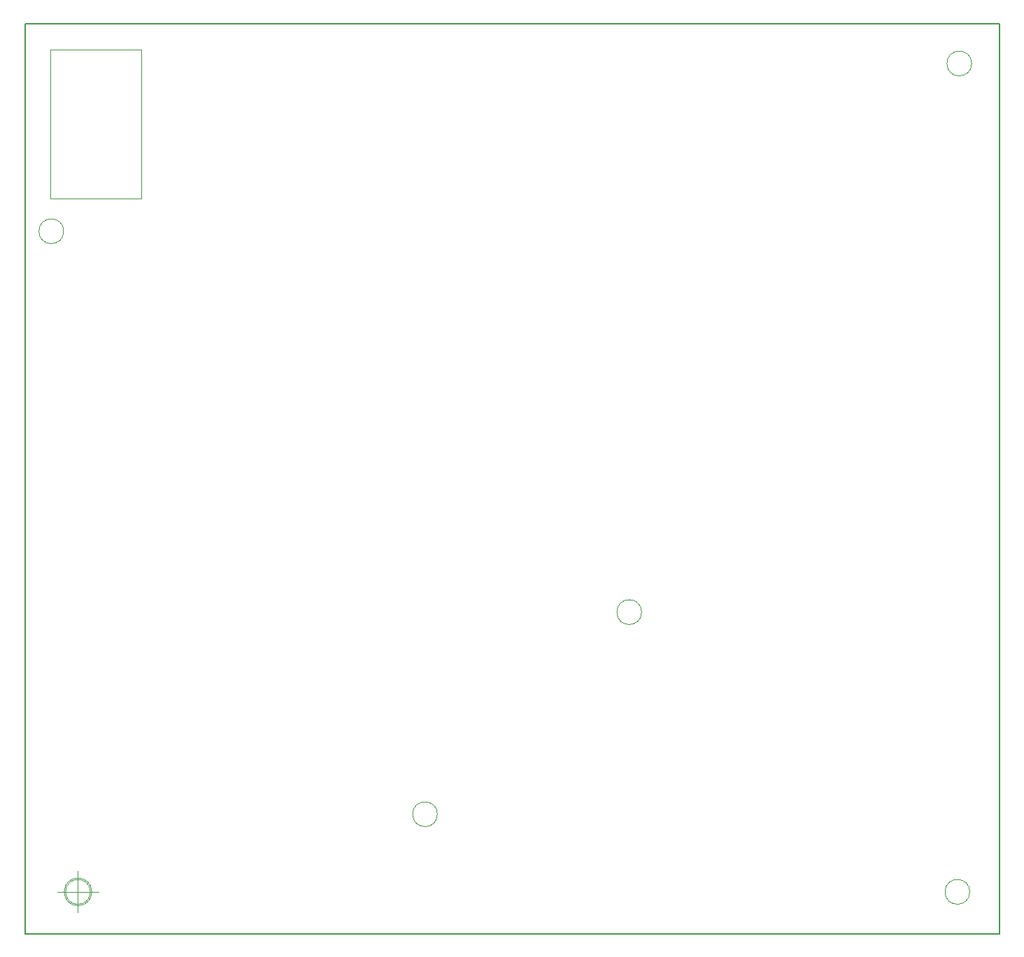
<source format=gbr>
%TF.GenerationSoftware,KiCad,Pcbnew,(6.0.10)*%
%TF.CreationDate,2023-11-30T08:57:51-03:00*%
%TF.ProjectId,ProyectoFinal_v3,50726f79-6563-4746-9f46-696e616c5f76,rev?*%
%TF.SameCoordinates,Original*%
%TF.FileFunction,Profile,NP*%
%FSLAX46Y46*%
G04 Gerber Fmt 4.6, Leading zero omitted, Abs format (unit mm)*
G04 Created by KiCad (PCBNEW (6.0.10)) date 2023-11-30 08:57:51*
%MOMM*%
%LPD*%
G01*
G04 APERTURE LIST*
%TA.AperFunction,Profile*%
%ADD10C,0.150000*%
%TD*%
%TA.AperFunction,Profile*%
%ADD11C,0.100000*%
%TD*%
%TA.AperFunction,Profile*%
%ADD12C,0.120000*%
%TD*%
G04 APERTURE END LIST*
D10*
X285784900Y-113260000D02*
X167844900Y-113260000D01*
X167844900Y-113260000D02*
X167844900Y-223496000D01*
X167844900Y-223496000D02*
X285784900Y-223496000D01*
X285784900Y-223496000D02*
X285784900Y-113260000D01*
D11*
X282434900Y-118110000D02*
G75*
G03*
X282434900Y-118110000I-1500000J0D01*
G01*
X175754900Y-218440000D02*
G75*
G03*
X175754900Y-218440000I-1500000J0D01*
G01*
X282204900Y-218440000D02*
G75*
G03*
X282204900Y-218440000I-1500000J0D01*
G01*
X172526710Y-138430000D02*
G75*
G03*
X172526710Y-138430000I-1500000J0D01*
G01*
X175923660Y-218440000D02*
G75*
G03*
X175923660Y-218440000I-1666666J0D01*
G01*
X171756994Y-218440000D02*
X176756994Y-218440000D01*
X174256994Y-215940000D02*
X174256994Y-220940000D01*
D12*
%TO.C,SW1*%
X181946710Y-116433800D02*
X170946710Y-116433800D01*
X170946710Y-116433800D02*
X170946710Y-134433800D01*
X170946710Y-134433800D02*
X181946710Y-134433800D01*
X181946710Y-134433800D02*
X181946710Y-116433800D01*
%TO.C,J14*%
X242482964Y-184561899D02*
G75*
G03*
X242482964Y-184561899I-1500000J0D01*
G01*
X217760531Y-209040521D02*
G75*
G03*
X217760531Y-209040521I-1500000J0D01*
G01*
%TD*%
M02*

</source>
